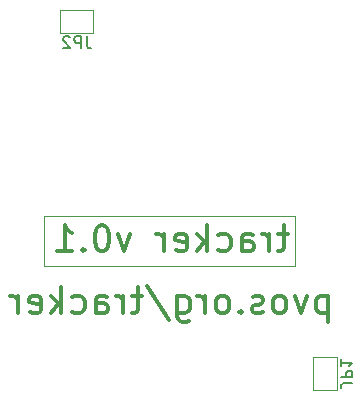
<source format=gbr>
%TF.GenerationSoftware,KiCad,Pcbnew,5.1.12-84ad8e8a86~92~ubuntu18.04.1*%
%TF.CreationDate,2022-01-05T22:45:31-05:00*%
%TF.ProjectId,remote,72656d6f-7465-42e6-9b69-6361645f7063,rev?*%
%TF.SameCoordinates,Original*%
%TF.FileFunction,Legend,Bot*%
%TF.FilePolarity,Positive*%
%FSLAX46Y46*%
G04 Gerber Fmt 4.6, Leading zero omitted, Abs format (unit mm)*
G04 Created by KiCad (PCBNEW 5.1.12-84ad8e8a86~92~ubuntu18.04.1) date 2022-01-05 22:45:31*
%MOMM*%
%LPD*%
G01*
G04 APERTURE LIST*
%ADD10C,0.120000*%
%ADD11C,0.300000*%
%ADD12C,0.150000*%
G04 APERTURE END LIST*
D10*
X4250000Y-17250000D02*
X4250000Y-17000000D01*
X-17000000Y-17250000D02*
X4250000Y-17250000D01*
X-17000000Y-13000000D02*
X-17000000Y-17250000D01*
X4250000Y-13000000D02*
X-17000000Y-13000000D01*
X4250000Y-17000000D02*
X4250000Y-13000000D01*
D11*
X3597619Y-14528571D02*
X2759523Y-14528571D01*
X3283333Y-13795238D02*
X3283333Y-15680952D01*
X3178571Y-15890476D01*
X2969047Y-15995238D01*
X2759523Y-15995238D01*
X2026190Y-15995238D02*
X2026190Y-14528571D01*
X2026190Y-14947619D02*
X1921428Y-14738095D01*
X1816666Y-14633333D01*
X1607142Y-14528571D01*
X1397619Y-14528571D01*
X-278571Y-15995238D02*
X-278571Y-14842857D01*
X-173809Y-14633333D01*
X35714Y-14528571D01*
X454761Y-14528571D01*
X664285Y-14633333D01*
X-278571Y-15890476D02*
X-69047Y-15995238D01*
X454761Y-15995238D01*
X664285Y-15890476D01*
X769047Y-15680952D01*
X769047Y-15471428D01*
X664285Y-15261904D01*
X454761Y-15157142D01*
X-69047Y-15157142D01*
X-278571Y-15052380D01*
X-2269047Y-15890476D02*
X-2059523Y-15995238D01*
X-1640476Y-15995238D01*
X-1430952Y-15890476D01*
X-1326190Y-15785714D01*
X-1221428Y-15576190D01*
X-1221428Y-14947619D01*
X-1326190Y-14738095D01*
X-1430952Y-14633333D01*
X-1640476Y-14528571D01*
X-2059523Y-14528571D01*
X-2269047Y-14633333D01*
X-3211904Y-15995238D02*
X-3211904Y-13795238D01*
X-3421428Y-15157142D02*
X-4050000Y-15995238D01*
X-4050000Y-14528571D02*
X-3211904Y-15366666D01*
X-5830952Y-15890476D02*
X-5621428Y-15995238D01*
X-5202380Y-15995238D01*
X-4992857Y-15890476D01*
X-4888095Y-15680952D01*
X-4888095Y-14842857D01*
X-4992857Y-14633333D01*
X-5202380Y-14528571D01*
X-5621428Y-14528571D01*
X-5830952Y-14633333D01*
X-5935714Y-14842857D01*
X-5935714Y-15052380D01*
X-4888095Y-15261904D01*
X-6878571Y-15995238D02*
X-6878571Y-14528571D01*
X-6878571Y-14947619D02*
X-6983333Y-14738095D01*
X-7088095Y-14633333D01*
X-7297619Y-14528571D01*
X-7507142Y-14528571D01*
X-9707142Y-14528571D02*
X-10230952Y-15995238D01*
X-10754761Y-14528571D01*
X-12011904Y-13795238D02*
X-12221428Y-13795238D01*
X-12430952Y-13900000D01*
X-12535714Y-14004761D01*
X-12640476Y-14214285D01*
X-12745238Y-14633333D01*
X-12745238Y-15157142D01*
X-12640476Y-15576190D01*
X-12535714Y-15785714D01*
X-12430952Y-15890476D01*
X-12221428Y-15995238D01*
X-12011904Y-15995238D01*
X-11802380Y-15890476D01*
X-11697619Y-15785714D01*
X-11592857Y-15576190D01*
X-11488095Y-15157142D01*
X-11488095Y-14633333D01*
X-11592857Y-14214285D01*
X-11697619Y-14004761D01*
X-11802380Y-13900000D01*
X-12011904Y-13795238D01*
X-13688095Y-15785714D02*
X-13792857Y-15890476D01*
X-13688095Y-15995238D01*
X-13583333Y-15890476D01*
X-13688095Y-15785714D01*
X-13688095Y-15995238D01*
X-15888095Y-15995238D02*
X-14630952Y-15995238D01*
X-15259523Y-15995238D02*
X-15259523Y-13795238D01*
X-15049999Y-14109523D01*
X-14840476Y-14319047D01*
X-14630952Y-14423809D01*
X7054761Y-19778571D02*
X7054761Y-21978571D01*
X7054761Y-19883333D02*
X6845238Y-19778571D01*
X6426190Y-19778571D01*
X6216666Y-19883333D01*
X6111904Y-19988095D01*
X6007142Y-20197619D01*
X6007142Y-20826190D01*
X6111904Y-21035714D01*
X6216666Y-21140476D01*
X6426190Y-21245238D01*
X6845238Y-21245238D01*
X7054761Y-21140476D01*
X5273809Y-19778571D02*
X4750000Y-21245238D01*
X4226190Y-19778571D01*
X3073809Y-21245238D02*
X3283333Y-21140476D01*
X3388095Y-21035714D01*
X3492857Y-20826190D01*
X3492857Y-20197619D01*
X3388095Y-19988095D01*
X3283333Y-19883333D01*
X3073809Y-19778571D01*
X2759523Y-19778571D01*
X2550000Y-19883333D01*
X2445238Y-19988095D01*
X2340476Y-20197619D01*
X2340476Y-20826190D01*
X2445238Y-21035714D01*
X2550000Y-21140476D01*
X2759523Y-21245238D01*
X3073809Y-21245238D01*
X1502380Y-21140476D02*
X1292857Y-21245238D01*
X873809Y-21245238D01*
X664285Y-21140476D01*
X559523Y-20930952D01*
X559523Y-20826190D01*
X664285Y-20616666D01*
X873809Y-20511904D01*
X1188095Y-20511904D01*
X1397619Y-20407142D01*
X1502380Y-20197619D01*
X1502380Y-20092857D01*
X1397619Y-19883333D01*
X1188095Y-19778571D01*
X873809Y-19778571D01*
X664285Y-19883333D01*
X-383333Y-21035714D02*
X-488095Y-21140476D01*
X-383333Y-21245238D01*
X-278571Y-21140476D01*
X-383333Y-21035714D01*
X-383333Y-21245238D01*
X-1745238Y-21245238D02*
X-1535714Y-21140476D01*
X-1430952Y-21035714D01*
X-1326190Y-20826190D01*
X-1326190Y-20197619D01*
X-1430952Y-19988095D01*
X-1535714Y-19883333D01*
X-1745238Y-19778571D01*
X-2059523Y-19778571D01*
X-2269047Y-19883333D01*
X-2373809Y-19988095D01*
X-2478571Y-20197619D01*
X-2478571Y-20826190D01*
X-2373809Y-21035714D01*
X-2269047Y-21140476D01*
X-2059523Y-21245238D01*
X-1745238Y-21245238D01*
X-3421428Y-21245238D02*
X-3421428Y-19778571D01*
X-3421428Y-20197619D02*
X-3526190Y-19988095D01*
X-3630952Y-19883333D01*
X-3840476Y-19778571D01*
X-4050000Y-19778571D01*
X-5726190Y-19778571D02*
X-5726190Y-21559523D01*
X-5621428Y-21769047D01*
X-5516666Y-21873809D01*
X-5307142Y-21978571D01*
X-4992857Y-21978571D01*
X-4783333Y-21873809D01*
X-5726190Y-21140476D02*
X-5516666Y-21245238D01*
X-5097619Y-21245238D01*
X-4888095Y-21140476D01*
X-4783333Y-21035714D01*
X-4678571Y-20826190D01*
X-4678571Y-20197619D01*
X-4783333Y-19988095D01*
X-4888095Y-19883333D01*
X-5097619Y-19778571D01*
X-5516666Y-19778571D01*
X-5726190Y-19883333D01*
X-8345238Y-18940476D02*
X-6459523Y-21769047D01*
X-8764285Y-19778571D02*
X-9602380Y-19778571D01*
X-9078571Y-19045238D02*
X-9078571Y-20930952D01*
X-9183333Y-21140476D01*
X-9392857Y-21245238D01*
X-9602380Y-21245238D01*
X-10335714Y-21245238D02*
X-10335714Y-19778571D01*
X-10335714Y-20197619D02*
X-10440476Y-19988095D01*
X-10545238Y-19883333D01*
X-10754761Y-19778571D01*
X-10964285Y-19778571D01*
X-12640476Y-21245238D02*
X-12640476Y-20092857D01*
X-12535714Y-19883333D01*
X-12326190Y-19778571D01*
X-11907142Y-19778571D01*
X-11697619Y-19883333D01*
X-12640476Y-21140476D02*
X-12430952Y-21245238D01*
X-11907142Y-21245238D01*
X-11697619Y-21140476D01*
X-11592857Y-20930952D01*
X-11592857Y-20721428D01*
X-11697619Y-20511904D01*
X-11907142Y-20407142D01*
X-12430952Y-20407142D01*
X-12640476Y-20302380D01*
X-14630952Y-21140476D02*
X-14421428Y-21245238D01*
X-14002380Y-21245238D01*
X-13792857Y-21140476D01*
X-13688095Y-21035714D01*
X-13583333Y-20826190D01*
X-13583333Y-20197619D01*
X-13688095Y-19988095D01*
X-13792857Y-19883333D01*
X-14002380Y-19778571D01*
X-14421428Y-19778571D01*
X-14630952Y-19883333D01*
X-15573809Y-21245238D02*
X-15573809Y-19045238D01*
X-15783333Y-20407142D02*
X-16411904Y-21245238D01*
X-16411904Y-19778571D02*
X-15573809Y-20616666D01*
X-18192857Y-21140476D02*
X-17983333Y-21245238D01*
X-17564285Y-21245238D01*
X-17354761Y-21140476D01*
X-17250000Y-20930952D01*
X-17250000Y-20092857D01*
X-17354761Y-19883333D01*
X-17564285Y-19778571D01*
X-17983333Y-19778571D01*
X-18192857Y-19883333D01*
X-18297619Y-20092857D01*
X-18297619Y-20302380D01*
X-17250000Y-20511904D01*
X-19240476Y-21245238D02*
X-19240476Y-19778571D01*
X-19240476Y-20197619D02*
X-19345238Y-19988095D01*
X-19450000Y-19883333D01*
X-19659523Y-19778571D01*
X-19869047Y-19778571D01*
D10*
%TO.C,JP2*%
X-15650000Y4460000D02*
X-15650000Y2460000D01*
X-12850000Y4460000D02*
X-15650000Y4460000D01*
X-12850000Y2460000D02*
X-12850000Y4460000D01*
X-15650000Y2460000D02*
X-12850000Y2460000D01*
%TO.C,JP1*%
X7744999Y-27715001D02*
X7744999Y-24915001D01*
X7744999Y-24915001D02*
X5744999Y-24915001D01*
X5744999Y-24915001D02*
X5744999Y-27715001D01*
X5744999Y-27715001D02*
X7744999Y-27715001D01*
%TO.C,JP2*%
D12*
X-13416666Y2207619D02*
X-13416666Y1493333D01*
X-13369047Y1350476D01*
X-13273809Y1255238D01*
X-13130952Y1207619D01*
X-13035714Y1207619D01*
X-13892857Y1207619D02*
X-13892857Y2207619D01*
X-14273809Y2207619D01*
X-14369047Y2160000D01*
X-14416666Y2112380D01*
X-14464285Y2017142D01*
X-14464285Y1874285D01*
X-14416666Y1779047D01*
X-14369047Y1731428D01*
X-14273809Y1683809D01*
X-13892857Y1683809D01*
X-14845238Y2112380D02*
X-14892857Y2160000D01*
X-14988095Y2207619D01*
X-15226190Y2207619D01*
X-15321428Y2160000D01*
X-15369047Y2112380D01*
X-15416666Y2017142D01*
X-15416666Y1921904D01*
X-15369047Y1779047D01*
X-14797619Y1207619D01*
X-15416666Y1207619D01*
%TO.C,JP1*%
X9092618Y-27148334D02*
X8378332Y-27148334D01*
X8235475Y-27195953D01*
X8140237Y-27291191D01*
X8092618Y-27434048D01*
X8092618Y-27529286D01*
X8092618Y-26672143D02*
X9092618Y-26672143D01*
X9092618Y-26291191D01*
X9044999Y-26195953D01*
X8997379Y-26148334D01*
X8902141Y-26100715D01*
X8759284Y-26100715D01*
X8664046Y-26148334D01*
X8616427Y-26195953D01*
X8568808Y-26291191D01*
X8568808Y-26672143D01*
X8092618Y-25148334D02*
X8092618Y-25719762D01*
X8092618Y-25434048D02*
X9092618Y-25434048D01*
X8949760Y-25529286D01*
X8854522Y-25624524D01*
X8806903Y-25719762D01*
%TD*%
M02*

</source>
